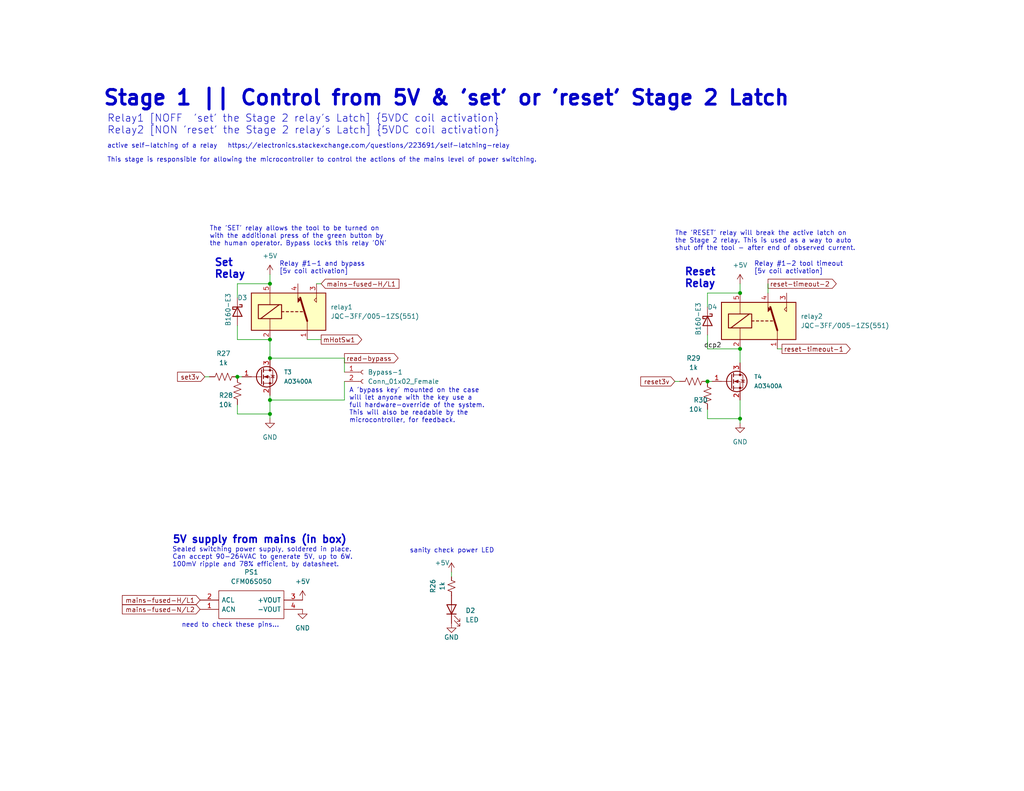
<source format=kicad_sch>
(kicad_sch (version 20211123) (generator eeschema)
  (paper "USLetter")
  (title_block (date "2022-10-09") (rev "3") (company "Corey Rice & MakeHaven") (comment 1 "Twin Stage 1 relays 'set' and 'reset' the Stage 2 latching relay") (comment 2 "Mains voltage is converted to 5VDC for the microcontroller and more") (comment 3 "A 'sanity check' LED is included to see that 5VDC is functioning"))
  (lib_symbols
    (symbol "CFM06S050-E-Cincon:CFM06S050-E" (pin_names (offset 0.762))
      (property "Reference" "PS1" (at 13.97 7.62 0))
      (property "Value" "CFM06S050" (at 13.97 5.08 0))
      (symbol "CFM06S050-E_0_0"
        (pin passive line (at 0 -2.54 0) (length 5.08) (name "ACN") (number "1"))
        (pin passive line (at 0 0 0) (length 5.08) (name "ACL") (number "2"))
        (pin power_out line (at 27.94 0 180) (length 5.08) (name "+VOUT") (number "3"))
        (pin power_out line (at 27.94 -2.54 180) (length 5.08) (name "-VOUT") (number "4"))
      )
      (symbol "CFM06S050-E_0_1"
        (polyline (pts (xy 5.08 2.54) (xy 22.86 2.54) (xy 22.86 -5.08) (xy 5.08 -5.08) (xy 5.08 2.54)) (stroke (width 0.1524)))
      )
    )
    (symbol "Connector:Conn_01x02_Female" (pin_names (offset 1.016) hide)
      (property "Reference" "J" (at 0 2.54 0))
      (property "Value" "Conn_01x02_Female" (at 0 -5.08 0))
      (symbol "Conn_01x02_Female_1_1"
        (arc (start 0 -2.032) (mid -0.508 -2.54) (end 0 -3.048) (stroke (width 0.1524)))
        (polyline (pts (xy -1.27 -2.54) (xy -0.508 -2.54)) (stroke (width 0.1524)))
        (polyline (pts (xy -1.27 0) (xy -0.508 0)) (stroke (width 0.1524)))
        (arc (start 0 0.508) (mid -0.508 0) (end 0 -0.508) (stroke (width 0.1524)))
        (pin passive line (at -5.08 0 0) (length 3.81) (name "Pin_1") (number "1"))
        (pin passive line (at -5.08 -2.54 0) (length 3.81) (name "Pin_2") (number "2"))
      )
    )
    (symbol "Device:LED" (pin_numbers hide) (pin_names (offset 1.016) hide)
      (property "Reference" "D" (at 0 2.54 0))
      (property "Value" "LED" (at 0 -2.54 0))
      (symbol "LED_0_1"
        (polyline (pts (xy -1.27 -1.27) (xy -1.27 1.27)) (stroke (width 0.254)))
        (polyline (pts (xy -1.27 0) (xy 1.27 0)))
        (polyline (pts (xy 1.27 -1.27) (xy 1.27 1.27) (xy -1.27 0) (xy 1.27 -1.27)) (stroke (width 0.254)))
        (polyline (pts (xy -3.048 -0.762) (xy -4.572 -2.286) (xy -3.81 -2.286) (xy -4.572 -2.286) (xy -4.572 -1.524)))
        (polyline (pts (xy -1.778 -0.762) (xy -3.302 -2.286) (xy -2.54 -2.286) (xy -3.302 -2.286) (xy -3.302 -1.524)))
      )
      (symbol "LED_1_1"
        (pin passive line (at -3.81 0 0) (length 2.54) (name "K") (number "1"))
        (pin passive line (at 3.81 0 180) (length 2.54) (name "A") (number "2"))
      )
    )
    (symbol "Device:R_Small_US" (pin_numbers hide) (pin_names (offset 0.254) hide)
      (property "Reference" "R" (at 0.762 0.508 0))
      (property "Value" "R_Small_US" (at 0.762 -1.016 0))
      (symbol "R_Small_US_1_1"
        (polyline (pts (xy 0 0) (xy 1.016 -0.381) (xy 0 -0.762) (xy -1.016 -1.143) (xy 0 -1.524)))
        (polyline (pts (xy 0 1.524) (xy 1.016 1.143) (xy 0 0.762) (xy -1.016 0.381) (xy 0 0)))
        (pin passive line (at 0 2.54 270) (length 1.016) (name "~") (number "1"))
        (pin passive line (at 0 -2.54 90) (length 1.016) (name "~") (number "2"))
      )
    )
    (symbol "Device:R_US" (pin_numbers hide) (pin_names (offset 0))
      (property "Reference" "R" (at 2.54 0 90))
      (property "Value" "R_US" (at -2.54 0 90))
      (symbol "R_US_0_1"
        (polyline (pts (xy 0 -2.286) (xy 0 -2.54)))
        (polyline (pts (xy 0 2.286) (xy 0 2.54)))
        (polyline (pts (xy 0 -0.762) (xy 1.016 -1.143) (xy 0 -1.524) (xy -1.016 -1.905) (xy 0 -2.286)))
        (polyline (pts (xy 0 0.762) (xy 1.016 0.381) (xy 0 0) (xy -1.016 -0.381) (xy 0 -0.762)))
        (polyline (pts (xy 0 2.286) (xy 1.016 1.905) (xy 0 1.524) (xy -1.016 1.143) (xy 0 0.762)))
      )
      (symbol "R_US_1_1"
        (pin passive line (at 0 3.81 270) (length 1.27) (name "~") (number "1"))
        (pin passive line (at 0 -3.81 90) (length 1.27) (name "~") (number "2"))
      )
    )
    (symbol "Diode:B160-E3" (pin_numbers hide) (pin_names hide)
      (property "Reference" "D" (at 0 2.54 0))
      (property "Value" "B160-E3" (at 0 -2.54 0))
      (symbol "B160-E3_0_1"
        (polyline (pts (xy 1.27 0) (xy -1.27 0)))
        (polyline (pts (xy 1.27 1.27) (xy 1.27 -1.27) (xy -1.27 0) (xy 1.27 1.27)) (stroke (width 0.254)))
        (polyline (pts (xy -1.905 0.635) (xy -1.905 1.27) (xy -1.27 1.27) (xy -1.27 -1.27) (xy -0.635 -1.27) (xy -0.635 -0.635)) (stroke (width 0.254)))
      )
      (symbol "B160-E3_1_1"
        (pin passive line (at -3.81 0 0) (length 2.54) (name "K") (number "1"))
        (pin passive line (at 3.81 0 180) (length 2.54) (name "A") (number "2"))
      )
    )
    (symbol "Relay:SANYOU_SRD_Form_C"
      (property "Reference" "K" (at 11.43 3.81 0))
      (property "Value" "SANYOU_SRD_Form_C" (at 11.43 1.27 0))
      (symbol "SANYOU_SRD_Form_C_0_0"
        (polyline (pts (xy 7.62 5.08) (xy 7.62 2.54) (xy 6.985 3.175) (xy 7.62 3.81)))
      )
      (symbol "SANYOU_SRD_Form_C_0_1"
        (rectangle (start -10.16 5.08) (end 10.16 -5.08) (stroke (width 0.254)) (fill (type background)))
        (rectangle (start -8.255 1.905) (end -1.905 -1.905) (stroke (width 0.254)))
        (polyline (pts (xy -7.62 -1.905) (xy -2.54 1.905)) (stroke (width 0.254)))
        (polyline (pts (xy -5.08 -5.08) (xy -5.08 -1.905)))
        (polyline (pts (xy -5.08 5.08) (xy -5.08 1.905)))
        (polyline (pts (xy -1.905 0) (xy -1.27 0)) (stroke (width 0.254)))
        (polyline (pts (xy -0.635 0) (xy 0 0)) (stroke (width 0.254)))
        (polyline (pts (xy 0.635 0) (xy 1.27 0)) (stroke (width 0.254)))
        (polyline (pts (xy 1.905 0) (xy 2.54 0)) (stroke (width 0.254)))
        (polyline (pts (xy 3.175 0) (xy 3.81 0)) (stroke (width 0.254)))
        (polyline (pts (xy 5.08 -2.54) (xy 3.175 3.81)) (stroke (width 0.508)))
        (polyline (pts (xy 5.08 -2.54) (xy 5.08 -5.08)))
      )
      (symbol "SANYOU_SRD_Form_C_1_1"
        (polyline (pts (xy 2.54 3.81) (xy 3.175 3.175) (xy 2.54 2.54) (xy 2.54 5.08)) (fill (type outline)))
        (pin passive line (at 5.08 -7.62 90) (length 2.54) (name "~") (number "1"))
        (pin passive line (at -5.08 -7.62 90) (length 2.54) (name "~") (number "2"))
        (pin passive line (at 7.62 7.62 270) (length 2.54) (name "~") (number "3"))
        (pin passive line (at 2.54 7.62 270) (length 2.54) (name "~") (number "4"))
        (pin passive line (at -5.08 7.62 270) (length 2.54) (name "~") (number "5"))
      )
    )
    (symbol "Transistor_FET:AO3400A" (pin_names hide)
      (property "Reference" "Q" (at 5.08 1.905 0))
      (property "Value" "AO3400A" (at 5.08 0 0))
      (symbol "AO3400A_0_1"
        (polyline (pts (xy 0.254 0) (xy -2.54 0)))
        (polyline (pts (xy 0.254 1.905) (xy 0.254 -1.905)) (stroke (width 0.254)))
        (polyline (pts (xy 0.762 -1.27) (xy 0.762 -2.286)) (stroke (width 0.254)))
        (polyline (pts (xy 0.762 0.508) (xy 0.762 -0.508)) (stroke (width 0.254)))
        (polyline (pts (xy 0.762 2.286) (xy 0.762 1.27)) (stroke (width 0.254)))
        (polyline (pts (xy 2.54 2.54) (xy 2.54 1.778)))
        (polyline (pts (xy 2.54 -2.54) (xy 2.54 0) (xy 0.762 0)))
        (polyline (pts (xy 0.762 -1.778) (xy 3.302 -1.778) (xy 3.302 1.778) (xy 0.762 1.778)))
        (polyline (pts (xy 1.016 0) (xy 2.032 0.381) (xy 2.032 -0.381) (xy 1.016 0)) (fill (type outline)))
        (polyline (pts (xy 2.794 0.508) (xy 2.921 0.381) (xy 3.683 0.381) (xy 3.81 0.254)))
        (polyline (pts (xy 3.302 0.381) (xy 2.921 -0.254) (xy 3.683 -0.254) (xy 3.302 0.381)))
        (circle (center 1.651 0) (radius 2.794) (stroke (width 0.254)))
        (circle (center 2.54 -1.778) (radius 0.254) (fill (type outline)))
        (circle (center 2.54 1.778) (radius 0.254) (fill (type outline)))
      )
      (symbol "AO3400A_1_1"
        (pin input line (at -5.08 0 0) (length 2.54) (name "G") (number "1"))
        (pin passive line (at 2.54 -5.08 90) (length 2.54) (name "S") (number "2"))
        (pin passive line (at 2.54 5.08 270) (length 2.54) (name "D") (number "3"))
      )
    )
    (symbol "power:+5V" (power) (pin_names (offset 0))
      (property "Value" "+5V" (at 0 3.556 0))
      (symbol "+5V_0_1"
        (polyline (pts (xy -0.762 1.27) (xy 0 2.54)))
        (polyline (pts (xy 0 0) (xy 0 2.54)))
        (polyline (pts (xy 0 2.54) (xy 0.762 1.27)))
      )
      (symbol "+5V_1_1"
        (pin power_in line (at 0 0 90) (length 0) hide (name "+5V") (number "1"))
      )
    )
    (symbol "power:GND" (power) (pin_names (offset 0))
      (property "Value" "GND" (at 0 -3.81 0))
      (symbol "GND_0_1"
        (polyline (pts (xy 0 0) (xy 0 -1.27) (xy 1.27 -1.27) (xy 0 -2.54) (xy -1.27 -1.27) (xy 0 -1.27)))
      )
      (symbol "GND_1_1"
        (pin power_in line (at 0 0 270) (length 0) hide (name "GND") (number "1"))
      )
    )
  )
  (junction (at 73.66 97.79))
  (junction (at 73.66 77.47))
  (junction (at 73.66 113.03))
  (junction (at 73.66 92.71))
  (junction (at 201.93 80.01))
  (junction (at 73.66 109.22))
  (junction (at 201.93 114.3))
  (junction (at 64.77 102.87))
  (junction (at 201.93 95.25))
  (junction (at 193.04 104.14))
  (wire (pts (xy 201.93 95.25) (xy 201.93 99.06)))
  (wire (pts (xy 73.66 113.03) (xy 73.66 114.3)))
  (wire (pts (xy 64.77 77.47) (xy 73.66 77.47)))
  (wire (pts (xy 87.63 77.47) (xy 86.36 77.47)))
  (wire (pts (xy 64.77 92.71) (xy 64.77 88.9)))
  (wire (pts (xy 64.77 102.87) (xy 66.04 102.87)))
  (wire (pts (xy 193.04 111.76) (xy 193.04 114.3)))
  (wire (pts (xy 73.66 74.93) (xy 73.66 77.47)))
  (wire (pts (xy 87.63 92.71) (xy 83.82 92.71)))
  (wire (pts (xy 73.66 92.71) (xy 73.66 97.79)))
  (wire (pts (xy 123.19 156.21) (xy 123.19 157.48)))
  (wire (pts (xy 184.15 104.14) (xy 185.42 104.14)))
  (wire (pts (xy 193.04 80.01) (xy 201.93 80.01)))
  (wire (pts (xy 93.98 104.14) (xy 93.98 109.22)))
  (wire (pts (xy 201.93 95.25) (xy 193.04 95.25)))
  (wire (pts (xy 73.66 92.71) (xy 64.77 92.71)))
  (wire (pts (xy 201.93 109.22) (xy 201.93 114.3)))
  (wire (pts (xy 73.66 97.79) (xy 93.98 97.79)))
  (wire (pts (xy 93.98 109.22) (xy 73.66 109.22)))
  (wire (pts (xy 209.55 77.47) (xy 209.55 80.01)))
  (wire (pts (xy 93.98 97.79) (xy 93.98 101.6)))
  (wire (pts (xy 193.04 83.82) (xy 193.04 80.01)))
  (wire (pts (xy 193.04 104.14) (xy 194.31 104.14)))
  (wire (pts (xy 55.88 102.87) (xy 57.15 102.87)))
  (wire (pts (xy 73.66 109.22) (xy 73.66 113.03)))
  (wire (pts (xy 64.77 81.28) (xy 64.77 77.47)))
  (wire (pts (xy 64.77 113.03) (xy 73.66 113.03)))
  (wire (pts (xy 64.77 110.49) (xy 64.77 113.03)))
  (wire (pts (xy 193.04 95.25) (xy 193.04 91.44)))
  (wire (pts (xy 201.93 114.3) (xy 201.93 115.57)))
  (wire (pts (xy 73.66 107.95) (xy 73.66 109.22)))
  (wire (pts (xy 193.04 114.3) (xy 201.93 114.3)))
  (wire (pts (xy 201.93 77.47) (xy 201.93 80.01)))
  (wire (pts (xy 213.36 95.25) (xy 212.09 95.25)))
  (text "The 'SET' relay allows the tool to be turned on\nwith the additional press of the green button by\nthe human operator. Bypass locks this relay 'ON'" (at 57.15 67.31 0) (effects (font (size 1.27 1.27)) (justify left bottom)))
  (text "The 'RESET' relay will break the active latch on\nthe Stage 2 relay. This is used as a way to auto \nshut off the tool - after end of observed current." (at 184.15 68.58 0) (effects (font (size 1.27 1.27)) (justify left bottom)))
  (text "need to check these pins...\n" (at 49.53 171.45 0) (effects (font (size 1.27 1.27)) (justify left bottom)))
  (text "Relay #1-2 tool timeout\n[5v coil activation]" (at 205.74 74.93 0) (effects (font (size 1.27 1.27)) (justify left bottom)))
  (text "Sealed switching power supply, soldered in place.\nCan accept 90-264VAC to generate 5V, up to 6W.\n100mV ripple and 78% efficient, by datasheet." (at 46.99 154.94 0) (effects (font (size 1.27 1.27)) (justify left bottom)))
  (text "Stage 1 || Control from 5V & 'set' or 'reset' Stage 2 Latch" (at 27.94 29.21 0) (effects (font (size 4 4) (thickness 0.8) bold) (justify left bottom)))
  (text "Set\nRelay" (at 58.42 76.2 0) (effects (font (size 2 2) (thickness 0.4) bold) (justify left bottom)))
  (text "Reset\nRelay" (at 186.69 78.74 0) (effects (font (size 2 2) (thickness 0.4) bold) (justify left bottom)))
  (text "sanity check power LED\n" (at 111.76 151.13 0) (effects (font (size 1.27 1.27)) (justify left bottom)))
  (text "Relay1 [NOFF  'set' the Stage 2 relay's Latch] {5VDC coil activation} \nRelay2 [NON 'reset' the Stage 2 relay's Latch] {5VDC coil activation}" (at 29.21 36.83 0) (effects (font (size 2 2)) (justify left bottom)))
  (text "active self-latching of a relay   https://electronics.stackexchange.com/questions/223691/self-latching-relay" (at 29.21 40.64 0) (effects (font (size 1.27 1.27)) (justify left bottom)))
  (text "A 'bypass key' mounted on the case \nwill let anyone with the key use a \nfull hardware-override of the system. \nThis will also be readable by the \nmicrocontroller, for feedback." (at 95.25 115.57 0) (effects (font (size 1.27 1.27)) (justify left bottom)))
  (text "This stage is responsible for allowing the microcontroller to control the actions of the mains level of power switching." (at 29.21 44.45 0) (effects (font (size 1.27 1.27)) (justify left bottom)))
  (text "5V supply from mains (in box)" (at 46.99 148.59 0) (effects (font (size 2 2) (thickness 0.4) bold) (justify left bottom)))
  (text "Relay #1-1 and bypass\n[5v coil activation]" (at 76.2 74.93 0) (effects (font (size 1.27 1.27)) (justify left bottom)))
  (label "dcp2" (at 196.85 95.25 180))
  (global_label "reset3v" (shape input) (at 184.15 104.14 180) (property "Intersheet References" "${INTERSHEET_REFS}" (effects hide)))
  (global_label "reset-timeout-2" (shape output) (at 209.55 77.47 0) (property "Intersheet References" "${INTERSHEET_REFS}" (effects hide)))
  (global_label "mains-fused-N{slash}L2" (shape input) (at 54.61 166.37 180) (property "Intersheet References" "${INTERSHEET_REFS}" (effects hide)))
  (global_label "set3v" (shape input) (at 55.88 102.87 180) (property "Intersheet References" "${INTERSHEET_REFS}" (effects hide)))
  (global_label "reset-timeout-1" (shape output) (at 213.36 95.25 0) (property "Intersheet References" "${INTERSHEET_REFS}" (effects hide)))
  (global_label "mains-fused-H{slash}L1" (shape input) (at 87.63 77.47 0) (property "Intersheet References" "${INTERSHEET_REFS}" (effects hide)))
  (global_label "mHotSw1" (shape output) (at 87.63 92.71 0) (property "Intersheet References" "${INTERSHEET_REFS}" (effects hide)))
  (global_label "mains-fused-H{slash}L1" (shape input) (at 54.61 163.83 180) (property "Intersheet References" "${INTERSHEET_REFS}" (effects hide)))
  (global_label "read-bypass" (shape output) (at 93.98 97.79 0) (property "Intersheet References" "${INTERSHEET_REFS}" (effects hide)))
  (symbol (lib_id "Device:R_US") (at 64.77 106.68 0) (unit 1)
    (property "Reference" "R28" (at 59.69 107.95 0) (effects (justify left)))
    (property "Value" "10k" (at 59.69 110.49 0) (effects (justify left)))
    (property "Footprint" "Resistor_SMD:R_0603_1608Metric" (effects hide))
    (property "JLCPCB Part #" "C25804" (effects hide))
  )
  (symbol (lib_id "CFM06S050-E-Cincon:CFM06S050-E") (at 54.61 163.83 0) (unit 1)
    (property "Reference" "PS1" (at 68.58 156.21 0))
    (property "Value" "CFM06S050" (at 68.58 158.75 0))
    (property "Footprint" "CFM06S050-E - Cincon:CFM06S050E" (effects hide))
    (property "Datasheet" "https://www.cincon.com.tw/productdownload/SPEC-CFM06S-V12.pdf" (effects hide))
    (property "Description" "Switching Power Supplies AC-DC Open Frame, 6 Watt, Single Output, 5VDC Output, 1.2A, 78% Efficiency, Encapsulated" (effects hide))
    (property "Height" "20.2" (effects hide))
    (property "Mouser Part Number" "418-CFM06S050-E" (effects hide))
    (property "Mouser Price/Stock" "https://www.mouser.co.uk/ProductDetail/Cincon/CFM06S050-E?qs=w%2Fv1CP2dgqrTjUOBqLmfHg%3D%3D" (effects hide))
    (property "Manufacturer_Name" "Cincon" (effects hide))
    (property "Manufacturer_Part_Number" "CFM06S050-E" (effects hide))
  )
  (symbol (lib_id "Relay:SANYOU_SRD_Form_C") (at 78.74 85.09 0) (unit 1)
    (property "Reference" "relay1" (at 90.17 83.8199 0) (effects (justify left)))
    (property "Value" "JQC-3FF/005-1ZS(551)" (at 90.17 86.3599 0) (effects (justify left)))
    (property "Footprint" "Relay_THT:Relay_SPDT_SANYOU_SRD_Series_Form_C" (effects hide))
    (property "Datasheet" "https://datasheet.lcsc.com/lcsc/2109061830_HF-Xiamen-Hongfa-Electroacoustic-JQC-3FF-005-1ZS-551_C9221.pdf" (effects hide))
    (property "JLCPCB Part #" "C9221" (effects hide))
  )
  (symbol (lib_id "power:GND") (at 123.19 170.18 0) (unit 1)
    (property "Reference" "#PWR0159" (effects hide))
    (property "Value" "GND" (at 123.19 173.99 0))
  )
  (symbol (lib_id "Device:R_Small_US") (at 123.19 160.02 180) (unit 1)
    (property "Reference" "R26" (at 118.11 160.02 90))
    (property "Value" "1k" (at 120.65 160.02 90))
    (property "Footprint" "Resistor_SMD:R_0603_1608Metric" (effects hide))
    (property "JLCPCB Part #" "C21190" (effects hide))
  )
  (symbol (lib_id "power:+5V") (at 201.93 77.47 0) (unit 1)
    (property "Reference" "#PWR0156" (effects hide))
    (property "Value" "+5V" (at 201.93 72.39 0))
  )
  (symbol (lib_id "Device:R_US") (at 60.96 102.87 90) (unit 1)
    (property "Reference" "R27" (at 60.96 96.52 90))
    (property "Value" "1k" (at 60.96 99.06 90))
    (property "Footprint" "Resistor_SMD:R_0603_1608Metric" (effects hide))
    (property "JLCPCB Part #" "C21190" (effects hide))
  )
  (symbol (lib_id "Device:LED") (at 123.19 166.37 90) (unit 1)
    (property "Reference" "D2" (at 127 166.6874 90) (effects (justify right)))
    (property "Value" "LED" (at 127 169.2274 90) (effects (justify right)))
    (property "Footprint" "LED_SMD:LED_0603_1608Metric" (effects hide))
    (property "JLCPCB Part #" "C2286" (effects hide))
  )
  (symbol (lib_id "Diode:B160-E3") (at 64.77 85.09 270) (unit 1)
    (property "Reference" "D3" (at 64.77 81.28 90) (effects (justify left)))
    (property "Value" "B160-E3" (at 62.23 80.01 0) (effects (justify left)))
    (property "Footprint" "Diode_SMD:D_SMA" (effects hide))
    (property "Datasheet" "http://www.vishay.com/docs/88946/b120.pdf" (effects hide))
    (property "JLCPCB Part #" "C24784" (effects hide))
  )
  (symbol (lib_id "Transistor_FET:AO3400A") (at 71.12 102.87 0) (unit 1)
    (property "Reference" "T3" (at 77.47 101.6 0) (effects (font (size 1.143 1.143)) (justify left)))
    (property "Value" "AO3400A" (at 77.47 104.14 0) (effects (font (size 1.143 1.143)) (justify left)))
    (property "Footprint" "Package_TO_SOT_SMD:SOT-23" (effects hide))
    (property "Datasheet" "http://www.aosmd.com/pdfs/datasheet/AO3400A.pdf" (effects hide))
    (property "JLCPCB Part #" "C427382" (effects hide))
  )
  (symbol (lib_id "power:+5V") (at 123.19 156.21 0) (unit 1)
    (property "Reference" "#PWR0158" (effects hide))
    (property "Value" "+5V" (at 120.65 153.67 0))
  )
  (symbol (lib_id "Connector:Conn_01x02_Female") (at 99.06 101.6 0) (unit 1)
    (property "Reference" "Bypass-1" (at 100.33 101.5999 0) (effects (justify left)))
    (property "Value" "Conn_01x02_Female" (at 100.33 104.1399 0) (effects (justify left)))
    (property "Footprint" "Connector_JST:JST_PH_B2B-PH-K_1x02_P2.00mm_Vertical" (effects hide))
    (property "JLCPCB Part #" "C131337" (effects hide))
  )
  (symbol (lib_id "power:GND") (at 82.55 166.37 0) (unit 1)
    (property "Reference" "#PWR0160" (effects hide))
    (property "Value" "GND" (at 82.55 171.45 0))
  )
  (symbol (lib_id "Device:R_US") (at 189.23 104.14 90) (unit 1)
    (property "Reference" "R29" (at 189.23 97.79 90))
    (property "Value" "1k" (at 189.23 100.33 90))
    (property "Footprint" "Resistor_SMD:R_0603_1608Metric" (effects hide))
    (property "JLCPCB Part #" "C21190" (effects hide))
  )
  (symbol (lib_id "Diode:B160-E3") (at 193.04 87.63 270) (unit 1)
    (property "Reference" "D4" (at 193.04 83.82 90) (effects (justify left)))
    (property "Value" "B160-E3" (at 190.5 82.55 0) (effects (justify left)))
    (property "Footprint" "Diode_SMD:D_SMA" (effects hide))
    (property "Datasheet" "http://www.vishay.com/docs/88946/b120.pdf" (effects hide))
    (property "JLCPCB Part #" "C24784" (effects hide))
  )
  (symbol (lib_id "power:GND") (at 73.66 114.3 0) (unit 1)
    (property "Reference" "#PWR0162" (effects hide))
    (property "Value" "GND" (at 73.66 119.38 0))
  )
  (symbol (lib_id "Relay:SANYOU_SRD_Form_C") (at 207.01 87.63 0) (unit 1)
    (property "Reference" "relay2" (at 218.44 86.3599 0) (effects (justify left)))
    (property "Value" "JQC-3FF/005-1ZS(551)" (at 218.44 88.8999 0) (effects (justify left)))
    (property "Footprint" "Relay_THT:Relay_SPDT_SANYOU_SRD_Series_Form_C" (effects hide))
    (property "Datasheet" "https://datasheet.lcsc.com/lcsc/2109061830_HF-Xiamen-Hongfa-Electroacoustic-JQC-3FF-005-1ZS-551_C9221.pdf" (effects hide))
    (property "JLCPCB Part #" "C9221" (effects hide))
  )
  (symbol (lib_id "power:+5V") (at 73.66 74.93 0) (unit 1)
    (property "Reference" "#PWR0155" (effects hide))
    (property "Value" "+5V" (at 73.66 69.85 0))
  )
  (symbol (lib_id "power:GND") (at 201.93 115.57 0) (unit 1)
    (property "Reference" "#PWR0157" (effects hide))
    (property "Value" "GND" (at 201.93 120.65 0))
  )
  (symbol (lib_id "Device:R_US") (at 193.04 107.95 0) (unit 1)
    (property "Reference" "R30" (at 189.23 109.22 0) (effects (justify left)))
    (property "Value" "10k" (at 187.96 111.76 0) (effects (justify left)))
    (property "Footprint" "Resistor_SMD:R_0603_1608Metric" (effects hide))
    (property "JLCPCB Part #" "C25804" (effects hide))
  )
  (symbol (lib_id "Transistor_FET:AO3400A") (at 199.39 104.14 0) (unit 1)
    (property "Reference" "T4" (at 205.74 102.87 0) (effects (font (size 1.143 1.143)) (justify left)))
    (property "Value" "AO3400A" (at 205.74 105.41 0) (effects (font (size 1.143 1.143)) (justify left)))
    (property "Footprint" "Package_TO_SOT_SMD:SOT-23" (effects hide))
    (property "Datasheet" "http://www.aosmd.com/pdfs/datasheet/AO3400A.pdf" (effects hide))
    (property "JLCPCB Part #" "C427382" (effects hide))
  )
  (symbol (lib_id "power:+5V") (at 82.55 163.83 0) (unit 1)
    (property "Reference" "#PWR0161" (effects hide))
    (property "Value" "+5V" (at 82.55 158.75 0))
  )
)
</source>
